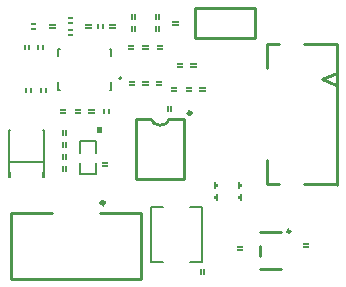
<source format=gbo>
G04*
G04 #@! TF.GenerationSoftware,Altium Limited,Altium Designer,20.0.2 (26)*
G04*
G04 Layer_Color=32896*
%FSLAX25Y25*%
%MOIN*%
G70*
G01*
G75*
%ADD10C,0.01000*%
%ADD43C,0.00600*%
%ADD59C,0.00787*%
%ADD60C,0.01181*%
%ADD61C,0.00100*%
%ADD62C,0.00500*%
G36*
X-94617Y79850D02*
X-94967Y79850D01*
Y81150D01*
X-94617Y81150D01*
Y79850D01*
D02*
G37*
G36*
X-96167D02*
X-96517D01*
Y81150D01*
X-96167D01*
Y79850D01*
D02*
G37*
G36*
X-99617D02*
X-99967Y79850D01*
Y81150D01*
X-99617Y81150D01*
Y79850D01*
D02*
G37*
G36*
X-101167D02*
X-101517D01*
Y81150D01*
X-101167D01*
Y79850D01*
D02*
G37*
G36*
X-78600Y73800D02*
X-80400D01*
Y74150D01*
X-78600D01*
Y73800D01*
D02*
G37*
G36*
X-83100D02*
X-84900D01*
Y74150D01*
X-83100D01*
Y73800D01*
D02*
G37*
G36*
X-88100D02*
X-89900D01*
Y74150D01*
X-88100D01*
Y73800D01*
D02*
G37*
G36*
X-78600Y72850D02*
X-80400D01*
Y73200D01*
X-78600D01*
Y72850D01*
D02*
G37*
G36*
X-83100D02*
X-84900D01*
Y73200D01*
X-83100D01*
Y72850D01*
D02*
G37*
G36*
X-88100D02*
X-89900D01*
Y73200D01*
X-88100D01*
Y72850D01*
D02*
G37*
G36*
X-76350Y66600D02*
X-76700D01*
Y68400D01*
X-76350D01*
Y66600D01*
D02*
G37*
G36*
X-77300D02*
X-77650D01*
Y68400D01*
X-77300D01*
Y66600D01*
D02*
G37*
G36*
X-87850Y65600D02*
X-88200D01*
Y67400D01*
X-87850D01*
Y65600D01*
D02*
G37*
G36*
X-88800D02*
X-89150D01*
Y67400D01*
X-88800D01*
Y65600D01*
D02*
G37*
G36*
X-87850Y61600D02*
X-88200D01*
Y63400D01*
X-87850D01*
Y61600D01*
D02*
G37*
G36*
X-88800D02*
X-89150D01*
Y63400D01*
X-88800D01*
Y61600D01*
D02*
G37*
G36*
X-87850Y57600D02*
X-88200D01*
Y59400D01*
X-87850D01*
Y57600D01*
D02*
G37*
G36*
X-88800D02*
X-89150D01*
Y59400D01*
X-88800D01*
Y57600D01*
D02*
G37*
G36*
X-87850Y53600D02*
X-88200D01*
Y55400D01*
X-87850D01*
Y53600D01*
D02*
G37*
G36*
X-88800D02*
X-89150D01*
Y55400D01*
X-88800D01*
Y53600D01*
D02*
G37*
G36*
X-94888Y51310D02*
X-95723D01*
Y53110D01*
X-94888D01*
Y51310D01*
D02*
G37*
G36*
X-106277D02*
X-107112D01*
Y53110D01*
X-106277D01*
Y51310D01*
D02*
G37*
G36*
X-41600Y81300D02*
X-43400D01*
Y81650D01*
X-41600D01*
Y81300D01*
D02*
G37*
G36*
X-46100D02*
X-47900D01*
Y81650D01*
X-46100D01*
Y81300D01*
D02*
G37*
G36*
X-51100D02*
X-52900D01*
Y81650D01*
X-51100D01*
Y81300D01*
D02*
G37*
G36*
X-41600Y80350D02*
X-43400D01*
Y80700D01*
X-41600D01*
Y80350D01*
D02*
G37*
G36*
X-46100D02*
X-47900D01*
Y80700D01*
X-46100D01*
Y80350D01*
D02*
G37*
G36*
X-51100D02*
X-52900D01*
Y80700D01*
X-51100D01*
Y80350D01*
D02*
G37*
G36*
X-52850Y73600D02*
X-53200D01*
Y75400D01*
X-52850D01*
Y73600D01*
D02*
G37*
G36*
X-53800D02*
X-54150D01*
Y75400D01*
X-53800D01*
Y73600D01*
D02*
G37*
G36*
X-73550Y72850D02*
X-73900Y72850D01*
Y74150D01*
X-73550Y74150D01*
Y72850D01*
D02*
G37*
G36*
X-75100D02*
X-75450D01*
Y74150D01*
X-75100D01*
Y72850D01*
D02*
G37*
G36*
X-74100Y56300D02*
X-75900D01*
Y56650D01*
X-74100D01*
Y56300D01*
D02*
G37*
G36*
Y55350D02*
X-75900D01*
Y55700D01*
X-74100D01*
Y55350D01*
D02*
G37*
G36*
X-30150Y49250D02*
X-29450D01*
Y48750D01*
X-30150D01*
Y47950D01*
X-30550D01*
Y50050D01*
X-30150D01*
Y49250D01*
D02*
G37*
G36*
X-38150D02*
X-37450D01*
Y48750D01*
X-38150D01*
Y47950D01*
X-38550D01*
Y50050D01*
X-38150D01*
Y49250D01*
D02*
G37*
G36*
X-29450Y43950D02*
X-29850D01*
Y44750D01*
X-30550D01*
Y45250D01*
X-29850D01*
Y46050D01*
X-29450D01*
Y43950D01*
D02*
G37*
G36*
X-37450D02*
X-37850D01*
Y44750D01*
X-38550D01*
Y45250D01*
X-37850D01*
Y46050D01*
X-37450D01*
Y43950D01*
D02*
G37*
G36*
X-7100Y29300D02*
X-8900D01*
Y29650D01*
X-7100D01*
Y29300D01*
D02*
G37*
G36*
Y28350D02*
X-8900D01*
Y28700D01*
X-7100D01*
Y28350D01*
D02*
G37*
G36*
X-29100Y28300D02*
X-30900D01*
Y28650D01*
X-29100D01*
Y28300D01*
D02*
G37*
G36*
Y27350D02*
X-30900D01*
Y27700D01*
X-29100D01*
Y27350D01*
D02*
G37*
G36*
X-41850Y19100D02*
X-42200D01*
Y20900D01*
X-41850D01*
Y19100D01*
D02*
G37*
G36*
X-42800D02*
X-43150D01*
Y20900D01*
X-42800D01*
Y19100D01*
D02*
G37*
G36*
X-85850Y104600D02*
X-87150D01*
Y104950D01*
X-85850D01*
Y104600D01*
D02*
G37*
G36*
X-56850Y104100D02*
X-57200D01*
Y105900D01*
X-56850D01*
Y104100D01*
D02*
G37*
G36*
X-57800D02*
X-58150D01*
Y105900D01*
X-57800D01*
Y104100D01*
D02*
G37*
G36*
X-64850D02*
X-65200D01*
Y105900D01*
X-64850D01*
Y104100D01*
D02*
G37*
G36*
X-65800D02*
X-66150D01*
Y105900D01*
X-65800D01*
Y104100D01*
D02*
G37*
G36*
X-50600Y103300D02*
X-52400D01*
Y103650D01*
X-50600D01*
Y103300D01*
D02*
G37*
G36*
X-85850Y103050D02*
X-87150D01*
X-87150Y103400D01*
X-85850D01*
X-85850Y103050D01*
D02*
G37*
G36*
X-98350Y102600D02*
X-99650D01*
Y102950D01*
X-98350D01*
Y102600D01*
D02*
G37*
G36*
X-50600Y102350D02*
X-52400D01*
Y102700D01*
X-50600D01*
Y102350D01*
D02*
G37*
G36*
X-71600Y102300D02*
X-73400D01*
Y102650D01*
X-71600D01*
Y102300D01*
D02*
G37*
G36*
X-79600D02*
X-81400D01*
Y102650D01*
X-79600D01*
Y102300D01*
D02*
G37*
G36*
X-91600D02*
X-93400D01*
Y102650D01*
X-91600D01*
Y102300D01*
D02*
G37*
G36*
X-71600Y101350D02*
X-73400D01*
Y101700D01*
X-71600D01*
Y101350D01*
D02*
G37*
G36*
X-75550D02*
X-75900Y101350D01*
Y102650D01*
X-75550Y102650D01*
Y101350D01*
D02*
G37*
G36*
X-77100D02*
X-77450D01*
Y102650D01*
X-77100D01*
Y101350D01*
D02*
G37*
G36*
X-79600D02*
X-81400D01*
Y101700D01*
X-79600D01*
Y101350D01*
D02*
G37*
G36*
X-91600D02*
X-93400D01*
Y101700D01*
X-91600D01*
Y101350D01*
D02*
G37*
G36*
X-98350Y101050D02*
X-99650D01*
X-99650Y101400D01*
X-98350D01*
X-98350Y101050D01*
D02*
G37*
G36*
X-85850Y100600D02*
X-87150D01*
X-87150Y100950D01*
X-85850D01*
X-85850Y100600D01*
D02*
G37*
G36*
X-56850Y100100D02*
X-57200D01*
Y101900D01*
X-56850D01*
Y100100D01*
D02*
G37*
G36*
X-57800D02*
X-58150D01*
Y101900D01*
X-57800D01*
Y100100D01*
D02*
G37*
G36*
X-64850D02*
X-65200D01*
Y101900D01*
X-64850D01*
Y100100D01*
D02*
G37*
G36*
X-65800D02*
X-66150D01*
Y101900D01*
X-65800D01*
Y100100D01*
D02*
G37*
G36*
X-85850Y99050D02*
X-87150D01*
Y99400D01*
X-85850D01*
Y99050D01*
D02*
G37*
G36*
X-55800Y95300D02*
X-57600D01*
Y95650D01*
X-55800D01*
Y95300D01*
D02*
G37*
G36*
X-60600D02*
X-62400D01*
Y95650D01*
X-60600D01*
Y95300D01*
D02*
G37*
G36*
X-65400D02*
X-67200D01*
Y95650D01*
X-65400D01*
Y95300D01*
D02*
G37*
G36*
X-55800Y94350D02*
X-57600D01*
Y94700D01*
X-55800D01*
Y94350D01*
D02*
G37*
G36*
X-60600D02*
X-62400D01*
Y94700D01*
X-60600D01*
Y94350D01*
D02*
G37*
G36*
X-65400D02*
X-67200D01*
Y94700D01*
X-65400D01*
Y94350D01*
D02*
G37*
G36*
X-95550D02*
X-95900D01*
Y95650D01*
X-95550D01*
Y94350D01*
D02*
G37*
G36*
X-97100Y95650D02*
Y94350D01*
X-97450Y94350D01*
Y95650D01*
X-97100Y95650D01*
D02*
G37*
G36*
X-100050Y94350D02*
X-100400D01*
Y95650D01*
X-100050D01*
Y94350D01*
D02*
G37*
G36*
X-101600Y95650D02*
Y94350D01*
X-101950Y94350D01*
Y95650D01*
X-101600Y95650D01*
D02*
G37*
G36*
X-44600Y89300D02*
X-46400D01*
Y89650D01*
X-44600D01*
Y89300D01*
D02*
G37*
G36*
X-49100D02*
X-50900D01*
Y89650D01*
X-49100D01*
Y89300D01*
D02*
G37*
G36*
X-44600Y88350D02*
X-46400D01*
Y88700D01*
X-44600D01*
Y88350D01*
D02*
G37*
G36*
X-49100D02*
X-50900D01*
Y88700D01*
X-49100D01*
Y88350D01*
D02*
G37*
G36*
X-56100Y83300D02*
X-57900D01*
Y83650D01*
X-56100D01*
Y83300D01*
D02*
G37*
G36*
X-60600D02*
X-62400D01*
Y83650D01*
X-60600D01*
Y83300D01*
D02*
G37*
G36*
X-65100D02*
X-66900D01*
Y83650D01*
X-65100D01*
Y83300D01*
D02*
G37*
G36*
X-56100Y82350D02*
X-57900D01*
Y82700D01*
X-56100D01*
Y82350D01*
D02*
G37*
G36*
X-60600D02*
X-62400D01*
Y82700D01*
X-60600D01*
Y82350D01*
D02*
G37*
G36*
X-65100D02*
X-66900D01*
Y82700D01*
X-65100D01*
Y82350D01*
D02*
G37*
D10*
X-13118Y33500D02*
G03*
X-13118Y33500I-500J0D01*
G01*
X-45987Y72929D02*
G03*
X-45987Y72929I-670J0D01*
G01*
X-59650Y70842D02*
G03*
X-53350Y70842I3150J1477D01*
G01*
X-23161Y33103D02*
X-16075D01*
X-23161Y25425D02*
Y28575D01*
Y20898D02*
X-16075D01*
X-53350Y71039D02*
X-48429D01*
X-64571D02*
X-59650D01*
X-48429Y50961D02*
Y71040D01*
X-64571Y50961D02*
X-48429D01*
X-64571Y50960D02*
Y71039D01*
X-2453Y84273D02*
X2272Y82344D01*
X-2453Y84273D02*
X2311Y86242D01*
X2317Y49073D02*
Y95852D01*
X-20992Y87790D02*
Y95852D01*
Y49153D02*
Y57220D01*
Y95852D02*
X-16782D01*
X-8663D02*
X2317D01*
X-20992Y49153D02*
X-16782D01*
X-8663D02*
X2317D01*
X-45000Y98000D02*
X-25000D01*
Y108000D01*
X-45000D02*
X-25000D01*
X-45000Y98000D02*
Y108000D01*
X-106153Y17710D02*
X-62847D01*
X-106154D02*
X-106153Y38380D01*
X-62846Y17710D02*
X-62846Y38380D01*
Y39560D01*
X-76503D02*
X-62846D01*
X-106193D02*
X-92497D01*
X-106193Y38380D02*
Y39560D01*
D43*
X-106812Y52810D02*
Y67190D01*
X-95188Y52810D02*
Y67190D01*
X-106812Y56440D02*
X-95188D01*
X-106812Y67190D02*
X-106477D01*
X-95523D02*
X-95188D01*
X-83101Y59678D02*
Y63453D01*
X-77899D01*
Y59678D02*
Y63453D01*
X-83101Y52547D02*
Y56322D01*
Y52547D02*
X-77899D01*
Y56322D01*
X-46621Y23342D02*
X-42432D01*
Y41658D01*
X-46621D02*
X-42432D01*
X-59568Y23342D02*
X-55379D01*
X-59568D02*
Y41658D01*
X-55379D01*
D59*
X-69362Y84547D02*
G03*
X-69362Y84547I-394J0D01*
G01*
D60*
X-76193Y42901D02*
G03*
X-76193Y42911I591J5D01*
G01*
D61*
X-29100Y27350D02*
Y27700D01*
X-30900Y27350D02*
Y27700D01*
X-29100D01*
X-30900Y27350D02*
X-29100D01*
X-30900Y28650D02*
X-29100D01*
X-30900Y28300D02*
X-29100D01*
Y28650D01*
X-30900Y28300D02*
Y28650D01*
X-7100Y28350D02*
Y28700D01*
X-8900Y28350D02*
Y28700D01*
X-7100D01*
X-8900Y28350D02*
X-7100D01*
X-8900Y29650D02*
X-7100D01*
X-8900Y29300D02*
X-7100D01*
Y29650D01*
X-8900Y29300D02*
Y29650D01*
X-89150Y53600D02*
X-88800D01*
X-89150Y55400D02*
X-88800D01*
Y53600D02*
Y55400D01*
X-89150Y53600D02*
Y55400D01*
X-87850Y53600D02*
Y55400D01*
X-88200Y53600D02*
Y55400D01*
Y53600D02*
X-87850D01*
X-88200Y55400D02*
X-87850D01*
X-89150Y61600D02*
X-88800D01*
X-89150Y63400D02*
X-88800D01*
Y61600D02*
Y63400D01*
X-89150Y61600D02*
Y63400D01*
X-87850Y61600D02*
Y63400D01*
X-88200Y61600D02*
Y63400D01*
Y61600D02*
X-87850D01*
X-88200Y63400D02*
X-87850D01*
X-89150Y57600D02*
X-88800D01*
X-89150Y59400D02*
X-88800D01*
Y57600D02*
Y59400D01*
X-89150Y57600D02*
Y59400D01*
X-87850Y57600D02*
Y59400D01*
X-88200Y57600D02*
Y59400D01*
Y57600D02*
X-87850D01*
X-88200Y59400D02*
X-87850D01*
X-89150Y65600D02*
X-88800D01*
X-89150Y67400D02*
X-88800D01*
Y65600D02*
Y67400D01*
X-89150Y65600D02*
Y67400D01*
X-87850Y65600D02*
Y67400D01*
X-88200Y65600D02*
Y67400D01*
Y65600D02*
X-87850D01*
X-88200Y67400D02*
X-87850D01*
X-77650Y66600D02*
X-77300D01*
X-77650Y68400D02*
X-77300D01*
Y66600D02*
Y68400D01*
X-77650Y66600D02*
Y68400D01*
X-76350Y66600D02*
Y68400D01*
X-76700Y66600D02*
Y68400D01*
Y66600D02*
X-76350D01*
X-76700Y68400D02*
X-76350D01*
X-75900Y56300D02*
Y56650D01*
X-74100Y56300D02*
Y56650D01*
X-75900Y56300D02*
X-74100D01*
X-75900Y56650D02*
X-74100D01*
X-75900Y55350D02*
X-74100D01*
X-75900Y55700D02*
X-74100D01*
X-75900Y55350D02*
Y55700D01*
X-74100Y55350D02*
Y55700D01*
X-38550Y47950D02*
Y50050D01*
X-38150Y47950D02*
Y48750D01*
X-37450D02*
Y49250D01*
X-38150D02*
Y50050D01*
X-38550D02*
X-38150D01*
Y48750D02*
X-37450D01*
X-38150Y49250D02*
X-37450D01*
X-38550Y47950D02*
X-38150D01*
X-37450Y43950D02*
Y46050D01*
X-37850Y45250D02*
Y46050D01*
X-38550Y44750D02*
Y45250D01*
X-37850Y43950D02*
Y44750D01*
Y43950D02*
X-37450D01*
X-38550Y45250D02*
X-37850D01*
X-38550Y44750D02*
X-37850D01*
Y46050D02*
X-37450D01*
X-54150Y73600D02*
X-53800D01*
X-54150Y75400D02*
X-53800D01*
Y73600D02*
Y75400D01*
X-54150Y73600D02*
Y75400D01*
X-52850Y73600D02*
Y75400D01*
X-53200Y73600D02*
Y75400D01*
Y73600D02*
X-52850D01*
X-53200Y75400D02*
X-52850D01*
X-30550Y47950D02*
Y50050D01*
X-30150Y47950D02*
Y48750D01*
X-29450D02*
Y49250D01*
X-30150D02*
Y50050D01*
X-30550D02*
X-30150D01*
Y48750D02*
X-29450D01*
X-30150Y49250D02*
X-29450D01*
X-30550Y47950D02*
X-30150D01*
X-29450Y43950D02*
Y46050D01*
X-29850Y45250D02*
Y46050D01*
X-30550Y44750D02*
Y45250D01*
X-29850Y43950D02*
Y44750D01*
Y43950D02*
X-29450D01*
X-30550Y45250D02*
X-29850D01*
X-30550Y44750D02*
X-29850D01*
Y46050D02*
X-29450D01*
X-43150Y19100D02*
X-42800D01*
X-43150Y20900D02*
X-42800D01*
Y19100D02*
Y20900D01*
X-43150Y19100D02*
Y20900D01*
X-41850Y19100D02*
Y20900D01*
X-42200Y19100D02*
Y20900D01*
Y19100D02*
X-41850D01*
X-42200Y20900D02*
X-41850D01*
X-75450Y72850D02*
Y74150D01*
Y72850D02*
X-75100D01*
Y74150D01*
X-75450D02*
X-75100D01*
X-73900Y72850D02*
X-73550Y72850D01*
X-73900Y72850D02*
Y74150D01*
X-73550Y74150D01*
Y72850D02*
Y74150D01*
X-66150Y100100D02*
X-65800D01*
X-66150Y101900D02*
X-65800D01*
Y100100D02*
Y101900D01*
X-66150Y100100D02*
Y101900D01*
X-64850Y100100D02*
Y101900D01*
X-65200Y100100D02*
Y101900D01*
Y100100D02*
X-64850D01*
X-65200Y101900D02*
X-64850D01*
X-71600Y101350D02*
Y101700D01*
X-73400Y101350D02*
Y101700D01*
X-71600D01*
X-73400Y101350D02*
X-71600D01*
X-73400Y102650D02*
X-71600D01*
X-73400Y102300D02*
X-71600D01*
Y102650D01*
X-73400Y102300D02*
Y102650D01*
X-66150Y104100D02*
X-65800D01*
X-66150Y105900D02*
X-65800D01*
Y104100D02*
Y105900D01*
X-66150Y104100D02*
Y105900D01*
X-64850Y104100D02*
Y105900D01*
X-65200Y104100D02*
Y105900D01*
Y104100D02*
X-64850D01*
X-65200Y105900D02*
X-64850D01*
X-77450Y101350D02*
Y102650D01*
Y101350D02*
X-77100D01*
Y102650D01*
X-77450D02*
X-77100D01*
X-75900Y101350D02*
X-75550Y101350D01*
X-75900Y101350D02*
Y102650D01*
X-75550Y102650D01*
Y101350D02*
Y102650D01*
X-58150Y104100D02*
X-57800D01*
X-58150Y105900D02*
X-57800D01*
Y104100D02*
Y105900D01*
X-58150Y104100D02*
Y105900D01*
X-56850Y104100D02*
Y105900D01*
X-57200Y104100D02*
Y105900D01*
Y104100D02*
X-56850D01*
X-57200Y105900D02*
X-56850D01*
X-52400Y103300D02*
Y103650D01*
X-50600Y103300D02*
Y103650D01*
X-52400Y103300D02*
X-50600D01*
X-52400Y103650D02*
X-50600D01*
X-52400Y102350D02*
X-50600D01*
X-52400Y102700D02*
X-50600D01*
X-52400Y102350D02*
Y102700D01*
X-50600Y102350D02*
Y102700D01*
X-58150Y100100D02*
X-57800D01*
X-58150Y101900D02*
X-57800D01*
Y100100D02*
Y101900D01*
X-58150Y100100D02*
Y101900D01*
X-56850Y100100D02*
Y101900D01*
X-57200Y100100D02*
Y101900D01*
Y100100D02*
X-56850D01*
X-57200Y101900D02*
X-56850D01*
X-89900Y73800D02*
Y74150D01*
X-88100Y73800D02*
Y74150D01*
X-89900Y73800D02*
X-88100D01*
X-89900Y74150D02*
X-88100D01*
X-89900Y72850D02*
X-88100D01*
X-89900Y73200D02*
X-88100D01*
X-89900Y72850D02*
Y73200D01*
X-88100Y72850D02*
Y73200D01*
X-99650Y101050D02*
X-98350D01*
X-98350Y101400D02*
X-98350Y101050D01*
X-99650Y101400D02*
X-98350D01*
X-99650Y101050D02*
X-99650Y101400D01*
X-98350Y102600D02*
Y102950D01*
X-99650Y102600D02*
X-98350D01*
X-99650D02*
Y102950D01*
X-98350D01*
X-79600Y101350D02*
Y101700D01*
X-81400Y101350D02*
Y101700D01*
X-79600D01*
X-81400Y101350D02*
X-79600D01*
X-81400Y102650D02*
X-79600D01*
X-81400Y102300D02*
X-79600D01*
Y102650D01*
X-81400Y102300D02*
Y102650D01*
X-87150Y104950D02*
X-85850D01*
X-87150Y104600D02*
Y104950D01*
Y104600D02*
X-85850D01*
Y104950D01*
X-87150Y103050D02*
X-87150Y103400D01*
X-85850D01*
X-85850Y103050D01*
X-87150D02*
X-85850D01*
X-91600Y101350D02*
Y101700D01*
X-93400Y101350D02*
Y101700D01*
X-91600D01*
X-93400Y101350D02*
X-91600D01*
X-93400Y102650D02*
X-91600D01*
X-93400Y102300D02*
X-91600D01*
Y102650D01*
X-93400Y102300D02*
Y102650D01*
X-87150Y99050D02*
X-85850D01*
Y99400D01*
X-87150D02*
X-85850D01*
X-87150Y99050D02*
Y99400D01*
X-85850Y100600D02*
X-85850Y100950D01*
X-87150Y100600D02*
X-85850D01*
X-87150Y100950D02*
X-87150Y100600D01*
X-87150Y100950D02*
X-85850D01*
X-80400Y73800D02*
Y74150D01*
X-78600Y73800D02*
Y74150D01*
X-80400Y73800D02*
X-78600D01*
X-80400Y74150D02*
X-78600D01*
X-80400Y72850D02*
X-78600D01*
X-80400Y73200D02*
X-78600D01*
X-80400Y72850D02*
Y73200D01*
X-78600Y72850D02*
Y73200D01*
X-84900Y73800D02*
Y74150D01*
X-83100Y73800D02*
Y74150D01*
X-84900Y73800D02*
X-83100D01*
X-84900Y74150D02*
X-83100D01*
X-84900Y72850D02*
X-83100D01*
X-84900Y73200D02*
X-83100D01*
X-84900Y72850D02*
Y73200D01*
X-83100Y72850D02*
Y73200D01*
X-50900Y89300D02*
Y89650D01*
X-49100Y89300D02*
Y89650D01*
X-50900Y89300D02*
X-49100D01*
X-50900Y89650D02*
X-49100D01*
X-50900Y88350D02*
X-49100D01*
X-50900Y88700D02*
X-49100D01*
X-50900Y88350D02*
Y88700D01*
X-49100Y88350D02*
Y88700D01*
X-46400Y89300D02*
Y89650D01*
X-44600Y89300D02*
Y89650D01*
X-46400Y89300D02*
X-44600D01*
X-46400Y89650D02*
X-44600D01*
X-46400Y88350D02*
X-44600D01*
X-46400Y88700D02*
X-44600D01*
X-46400Y88350D02*
Y88700D01*
X-44600Y88350D02*
Y88700D01*
X-65400Y94350D02*
Y94700D01*
X-67200Y94350D02*
Y94700D01*
X-65400D01*
X-67200Y94350D02*
X-65400D01*
X-67200Y95650D02*
X-65400D01*
X-67200Y95300D02*
X-65400D01*
Y95650D01*
X-67200Y95300D02*
Y95650D01*
X-60600Y94350D02*
Y94700D01*
X-62400Y94350D02*
Y94700D01*
X-60600D01*
X-62400Y94350D02*
X-60600D01*
X-62400Y95650D02*
X-60600D01*
X-62400Y95300D02*
X-60600D01*
Y95650D01*
X-62400Y95300D02*
Y95650D01*
X-55800Y94350D02*
Y94700D01*
X-57600Y94350D02*
Y94700D01*
X-55800D01*
X-57600Y94350D02*
X-55800D01*
X-57600Y95650D02*
X-55800D01*
X-57600Y95300D02*
X-55800D01*
Y95650D01*
X-57600Y95300D02*
Y95650D01*
X-57900Y83300D02*
Y83650D01*
X-56100Y83300D02*
Y83650D01*
X-57900Y83300D02*
X-56100D01*
X-57900Y83650D02*
X-56100D01*
X-57900Y82350D02*
X-56100D01*
X-57900Y82700D02*
X-56100D01*
X-57900Y82350D02*
Y82700D01*
X-56100Y82350D02*
Y82700D01*
X-51100Y80350D02*
Y80700D01*
X-52900Y80350D02*
Y80700D01*
X-51100D01*
X-52900Y80350D02*
X-51100D01*
X-52900Y81650D02*
X-51100D01*
X-52900Y81300D02*
X-51100D01*
Y81650D01*
X-52900Y81300D02*
Y81650D01*
X-62400Y83300D02*
Y83650D01*
X-60600Y83300D02*
Y83650D01*
X-62400Y83300D02*
X-60600D01*
X-62400Y83650D02*
X-60600D01*
X-62400Y82350D02*
X-60600D01*
X-62400Y82700D02*
X-60600D01*
X-62400Y82350D02*
Y82700D01*
X-60600Y82350D02*
Y82700D01*
X-66900Y83300D02*
Y83650D01*
X-65100Y83300D02*
Y83650D01*
X-66900Y83300D02*
X-65100D01*
X-66900Y83650D02*
X-65100D01*
X-66900Y82350D02*
X-65100D01*
X-66900Y82700D02*
X-65100D01*
X-66900Y82350D02*
Y82700D01*
X-65100Y82350D02*
Y82700D01*
X-46100Y80350D02*
Y80700D01*
X-47900Y80350D02*
Y80700D01*
X-46100D01*
X-47900Y80350D02*
X-46100D01*
X-47900Y81650D02*
X-46100D01*
X-47900Y81300D02*
X-46100D01*
Y81650D01*
X-47900Y81300D02*
Y81650D01*
X-41600Y80350D02*
Y80700D01*
X-43400Y80350D02*
Y80700D01*
X-41600D01*
X-43400Y80350D02*
X-41600D01*
X-43400Y81650D02*
X-41600D01*
X-43400Y81300D02*
X-41600D01*
Y81650D01*
X-43400Y81300D02*
Y81650D01*
X-100050Y94350D02*
Y95650D01*
X-100400D02*
X-100050D01*
X-100400Y94350D02*
Y95650D01*
Y94350D02*
X-100050D01*
X-101950Y95650D02*
X-101600Y95650D01*
Y94350D02*
Y95650D01*
X-101950Y94350D02*
X-101600Y94350D01*
X-101950Y94350D02*
Y95650D01*
X-101517Y79850D02*
Y81150D01*
Y79850D02*
X-101167D01*
Y81150D01*
X-101517D02*
X-101167D01*
X-99967Y79850D02*
X-99617Y79850D01*
X-99967Y79850D02*
Y81150D01*
X-99617Y81150D01*
Y79850D02*
Y81150D01*
X-96517Y79850D02*
Y81150D01*
Y79850D02*
X-96167D01*
Y81150D01*
X-96517D02*
X-96167D01*
X-94967Y79850D02*
X-94617Y79850D01*
X-94967Y79850D02*
Y81150D01*
X-94617Y81150D01*
Y79850D02*
Y81150D01*
X-95550Y94350D02*
Y95650D01*
X-95900D02*
X-95550D01*
X-95900Y94350D02*
Y95650D01*
Y94350D02*
X-95550D01*
X-97450Y95650D02*
X-97100Y95650D01*
Y94350D02*
Y95650D01*
X-97450Y94350D02*
X-97100Y94350D01*
X-97450Y94350D02*
Y95650D01*
D62*
X-73299Y80610D02*
X-72709D01*
Y83169D01*
Y91831D02*
Y94390D01*
X-73299D02*
X-72709D01*
X-90425Y80610D02*
X-89835D01*
X-90425D02*
Y83169D01*
Y91831D02*
Y94390D01*
X-89835D01*
M02*

</source>
